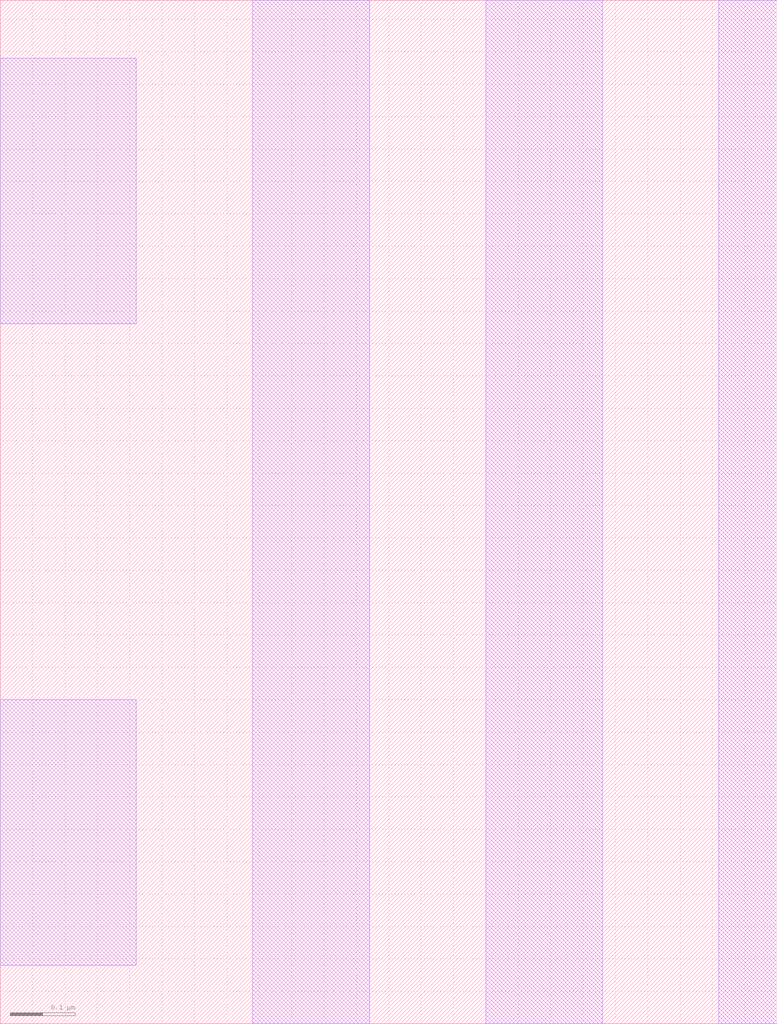
<source format=lef>
# Copyright 2020 The SkyWater PDK Authors
#
# Licensed under the Apache License, Version 2.0 (the "License");
# you may not use this file except in compliance with the License.
# You may obtain a copy of the License at
#
#     https://www.apache.org/licenses/LICENSE-2.0
#
# Unless required by applicable law or agreed to in writing, software
# distributed under the License is distributed on an "AS IS" BASIS,
# WITHOUT WARRANTIES OR CONDITIONS OF ANY KIND, either express or implied.
# See the License for the specific language governing permissions and
# limitations under the License.
#
# SPDX-License-Identifier: Apache-2.0

VERSION 5.7 ;
  NOWIREEXTENSIONATPIN ON ;
  DIVIDERCHAR "/" ;
  BUSBITCHARS "[]" ;
MACRO sky130_fd_bd_sram__sram_dp_cell_half_met1_optb
  CLASS BLOCK ;
  FOREIGN sky130_fd_bd_sram__sram_dp_cell_half_met1_optb ;
  ORIGIN  0.000000  0.000000 ;
  SIZE  1.200000 BY  1.580000 ;
  OBS
    LAYER met1 ;
      RECT 0.000000 0.090000 0.210000 0.500000 ;
      RECT 0.000000 1.080000 0.210000 1.490000 ;
      RECT 0.390000 0.000000 0.570000 1.580000 ;
      RECT 0.750000 0.000000 0.930000 1.580000 ;
      RECT 1.110000 0.000000 1.200000 1.580000 ;
  END
END sky130_fd_bd_sram__sram_dp_cell_half_met1_optb
END LIBRARY

</source>
